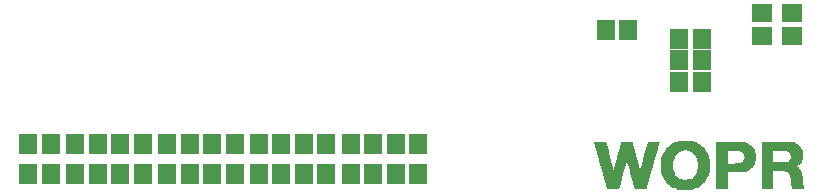
<source format=gts>
G04 DipTrace 2.3.1.0*
%INwopr.gts*%
%MOIN*%
%ADD12C,0.0014*%
%ADD69R,0.0671X0.0592*%
%ADD71R,0.0592X0.0671*%
%FSLAX44Y44*%
G04*
G70*
G90*
G75*
G01*
%LNTopMask*%
%LPD*%
D71*
X28378Y20940D3*
X29126D3*
X28378Y20252D3*
X29126D3*
X28378Y19502D3*
X29126D3*
D69*
X31128Y21065D3*
Y21813D3*
X32128Y21065D3*
Y21813D3*
D71*
X11312Y16438D3*
X12061D3*
X11312Y17438D3*
X12061D3*
X9750Y16438D3*
X10498D3*
X9750Y17438D3*
X10498D3*
X8998Y16438D3*
X8250D3*
X8998Y17438D3*
X8250D3*
X7437Y16438D3*
X6689D3*
X7437Y17438D3*
X6689D3*
X17437Y16437D3*
X18185D3*
X17437Y17438D3*
X18186D3*
X15875Y16438D3*
X16623D3*
X15875Y17438D3*
X16623D3*
X14375Y16438D3*
X15123D3*
X14375Y17438D3*
X15123D3*
X12812Y16438D3*
X13561D3*
X12812Y17438D3*
X13561D3*
X18939Y17439D3*
X19688D3*
X18939Y16439D3*
X19688D3*
X25940Y21252D3*
X26688D3*
X28365Y17546D2*
D12*
X28790D1*
X25544Y17532D2*
X25913D1*
X26452D2*
X26792D1*
X27330D2*
X27699D1*
X28280D2*
X28861D1*
X29598D2*
X30463D1*
X31129D2*
X32121D1*
X25546Y17517D2*
X25913D1*
X26450D2*
X26792D1*
X27330D2*
X27689D1*
X28280D2*
X28861D1*
X29598D2*
X30463D1*
X31129D2*
X32121D1*
X25548Y17503D2*
X25913D1*
X26448D2*
X26792D1*
X27330D2*
X27681D1*
X28209D2*
X28946D1*
X29598D2*
X30562D1*
X31129D2*
X32192D1*
X25556Y17489D2*
X25913D1*
X26440D2*
X26792D1*
X27329D2*
X27675D1*
X28209D2*
X28946D1*
X29598D2*
X30562D1*
X31129D2*
X32192D1*
X25563Y17475D2*
X25941D1*
X26433D2*
X26820D1*
X27327D2*
X27673D1*
X28152D2*
X28989D1*
X29598D2*
X30620D1*
X31129D2*
X32233D1*
X25568Y17461D2*
X25941D1*
X26428D2*
X26820D1*
X27319D2*
X27671D1*
X28136D2*
X29007D1*
X29598D2*
X30657D1*
X31129D2*
X32265D1*
X25571Y17447D2*
X25941D1*
X26425D2*
X26820D1*
X27312D2*
X27670D1*
X28116D2*
X29030D1*
X29598D2*
X30685D1*
X31129D2*
X32294D1*
X25574Y17432D2*
X25941D1*
X26424D2*
X26820D1*
X27307D2*
X27666D1*
X28096D2*
X29052D1*
X29598D2*
X30706D1*
X31129D2*
X32316D1*
X25578Y17418D2*
X25942D1*
X26422D2*
X26821D1*
X27304D2*
X27659D1*
X28079D2*
X29069D1*
X29598D2*
X30723D1*
X31129D2*
X32330D1*
X25582Y17404D2*
X25945D1*
X26419D2*
X26823D1*
X27303D2*
X27652D1*
X28065D2*
X29083D1*
X29598D2*
X30738D1*
X31129D2*
X32341D1*
X25585Y17390D2*
X25953D1*
X26412D2*
X26831D1*
X27301D2*
X27647D1*
X28058D2*
X29096D1*
X29598D2*
X30753D1*
X31129D2*
X32345D1*
X25586Y17376D2*
X25960D1*
X26404D2*
X26839D1*
X27297D2*
X27644D1*
X28025D2*
X29111D1*
X29598D2*
X30768D1*
X31129D2*
X32376D1*
X25587Y17362D2*
X25965D1*
X26399D2*
X26844D1*
X27290D2*
X27643D1*
X28011D2*
X29127D1*
X29598D2*
X30785D1*
X31129D2*
X32386D1*
X25588Y17347D2*
X25968D1*
X26397D2*
X26846D1*
X27283D2*
X27642D1*
X27994D2*
X29145D1*
X29598D2*
X30802D1*
X31129D2*
X32395D1*
X25592Y17333D2*
X25969D1*
X26396D2*
X26848D1*
X27278D2*
X27640D1*
X27978D2*
X29162D1*
X29598D2*
X30818D1*
X31129D2*
X32404D1*
X25598Y17319D2*
X25969D1*
X26395D2*
X26848D1*
X27275D2*
X27636D1*
X27963D2*
X29177D1*
X29598D2*
X30825D1*
X31129D2*
X32414D1*
X25606Y17305D2*
X25970D1*
X26395D2*
X26848D1*
X27273D2*
X27633D1*
X27950D2*
X29190D1*
X29598D2*
X30828D1*
X31129D2*
X32423D1*
X25611Y17291D2*
X25970D1*
X26395D2*
X26848D1*
X27269D2*
X27630D1*
X27940D2*
X29200D1*
X29598D2*
X30830D1*
X31129D2*
X32432D1*
X25613Y17277D2*
X25998D1*
X26367D2*
X26877D1*
X27262D2*
X27629D1*
X27932D2*
X29211D1*
X29598D2*
X30859D1*
X31129D2*
X32442D1*
X25615Y17262D2*
X25998D1*
X26367D2*
X26877D1*
X27255D2*
X27628D1*
X27924D2*
X28507D1*
X28648D2*
X29221D1*
X29598D2*
X30862D1*
X31129D2*
X32451D1*
X25616Y17248D2*
X25998D1*
X26367D2*
X26877D1*
X27250D2*
X27627D1*
X27915D2*
X28507D1*
X28648D2*
X29230D1*
X29598D2*
X30865D1*
X31129D2*
X32456D1*
X25620Y17234D2*
X25998D1*
X26366D2*
X26877D1*
X27247D2*
X27623D1*
X27907D2*
X28393D1*
X28748D2*
X29237D1*
X29598D2*
X29981D1*
X30406D2*
X30869D1*
X31129D2*
X31469D1*
X31979D2*
X32459D1*
X25627Y17220D2*
X25998D1*
X26365D2*
X26877D1*
X27246D2*
X27616D1*
X27901D2*
X28393D1*
X28748D2*
X29242D1*
X29598D2*
X29981D1*
X30406D2*
X30871D1*
X31129D2*
X31469D1*
X31979D2*
X32460D1*
X25634Y17206D2*
X25999D1*
X26363D2*
X26879D1*
X27244D2*
X27609D1*
X27895D2*
X28351D1*
X28804D2*
X29247D1*
X29598D2*
X29981D1*
X30448D2*
X30874D1*
X31129D2*
X31469D1*
X32036D2*
X32462D1*
X25639Y17191D2*
X26000D1*
X26355D2*
X26883D1*
X27241D2*
X27604D1*
X27886D2*
X28337D1*
X28814D2*
X29255D1*
X29598D2*
X29981D1*
X30463D2*
X30878D1*
X31129D2*
X31469D1*
X32045D2*
X32466D1*
X25642Y17177D2*
X26004D1*
X26348D2*
X26886D1*
X27234D2*
X27600D1*
X27878D2*
X28320D1*
X28826D2*
X29263D1*
X29598D2*
X29981D1*
X30479D2*
X30885D1*
X31129D2*
X31469D1*
X32056D2*
X32472D1*
X25643Y17163D2*
X26007D1*
X26343D2*
X26889D1*
X27226D2*
X27596D1*
X27869D2*
X28304D1*
X28840D2*
X29272D1*
X29598D2*
X29981D1*
X30495D2*
X30892D1*
X31129D2*
X31469D1*
X32066D2*
X32480D1*
X25644Y17149D2*
X26010D1*
X26340D2*
X26890D1*
X27222D2*
X27588D1*
X27859D2*
X28288D1*
X28854D2*
X29282D1*
X29598D2*
X29981D1*
X30510D2*
X30897D1*
X31129D2*
X31469D1*
X32074D2*
X32485D1*
X25648Y17135D2*
X26011D1*
X26339D2*
X26891D1*
X27219D2*
X27581D1*
X27851D2*
X28273D1*
X28868D2*
X29290D1*
X29598D2*
X29981D1*
X30521D2*
X30900D1*
X31129D2*
X31469D1*
X32081D2*
X32487D1*
X25655Y17121D2*
X26012D1*
X26338D2*
X26891D1*
X27218D2*
X27576D1*
X27844D2*
X28259D1*
X28881D2*
X29295D1*
X29598D2*
X29981D1*
X30528D2*
X30901D1*
X31129D2*
X31469D1*
X32089D2*
X32489D1*
X25662Y17106D2*
X26013D1*
X26338D2*
X26891D1*
X27216D2*
X27573D1*
X27838D2*
X28245D1*
X28892D2*
X29298D1*
X29598D2*
X29981D1*
X30532D2*
X30902D1*
X31129D2*
X31469D1*
X32097D2*
X32489D1*
X25667Y17092D2*
X26017D1*
X26338D2*
X26891D1*
X27212D2*
X27572D1*
X27830D2*
X28231D1*
X28899D2*
X29300D1*
X29598D2*
X29981D1*
X30537D2*
X30902D1*
X31129D2*
X31469D1*
X32102D2*
X32489D1*
X25670Y17078D2*
X26024D1*
X26310D2*
X26919D1*
X27205D2*
X27570D1*
X27822D2*
X28220D1*
X28932D2*
X29329D1*
X29598D2*
X29981D1*
X30545D2*
X30902D1*
X31129D2*
X31469D1*
X32105D2*
X32489D1*
X25671Y17064D2*
X26031D1*
X26310D2*
X26919D1*
X27198D2*
X27567D1*
X27817D2*
X28212D1*
X28936D2*
X29329D1*
X29598D2*
X29981D1*
X30552D2*
X30902D1*
X31129D2*
X31469D1*
X32106D2*
X32489D1*
X25672Y17050D2*
X26036D1*
X26310D2*
X26919D1*
X27193D2*
X27560D1*
X27814D2*
X28206D1*
X28943D2*
X29329D1*
X29598D2*
X29981D1*
X30557D2*
X30902D1*
X31129D2*
X31469D1*
X32106D2*
X32489D1*
X25672Y17036D2*
X26039D1*
X26309D2*
X26920D1*
X27191D2*
X27552D1*
X27813D2*
X28201D1*
X28951D2*
X29330D1*
X29598D2*
X29981D1*
X30560D2*
X30902D1*
X31129D2*
X31469D1*
X32107D2*
X32489D1*
X25672Y17021D2*
X26040D1*
X26307D2*
X26923D1*
X27189D2*
X27548D1*
X27812D2*
X28197D1*
X28956D2*
X29332D1*
X29598D2*
X29981D1*
X30561D2*
X30902D1*
X31129D2*
X31469D1*
X32107D2*
X32489D1*
X25700Y17007D2*
X26041D1*
X26304D2*
X26930D1*
X27189D2*
X27545D1*
X27784D2*
X28195D1*
X28959D2*
X29340D1*
X29598D2*
X29981D1*
X30560D2*
X30902D1*
X31129D2*
X31469D1*
X32106D2*
X32461D1*
X25700Y16993D2*
X26045D1*
X26300D2*
X26938D1*
X27189D2*
X27544D1*
X27784D2*
X28191D1*
X28962D2*
X29347D1*
X29598D2*
X29981D1*
X30558D2*
X30902D1*
X31129D2*
X31469D1*
X32103D2*
X32461D1*
X25701Y16979D2*
X26052D1*
X26298D2*
X26943D1*
X27188D2*
X27542D1*
X27784D2*
X28184D1*
X28966D2*
X29352D1*
X29598D2*
X29981D1*
X30551D2*
X30902D1*
X31129D2*
X31469D1*
X32095D2*
X32461D1*
X25703Y16965D2*
X26059D1*
X26297D2*
X26946D1*
X27186D2*
X27538D1*
X27784D2*
X28176D1*
X28970D2*
X29355D1*
X29598D2*
X29981D1*
X30543D2*
X30902D1*
X31129D2*
X31469D1*
X32088D2*
X32461D1*
X25706Y16951D2*
X26064D1*
X26296D2*
X26947D1*
X27183D2*
X27531D1*
X27784D2*
X28171D1*
X28972D2*
X29356D1*
X29598D2*
X29981D1*
X30537D2*
X30902D1*
X31129D2*
X31469D1*
X32082D2*
X32460D1*
X25710Y16936D2*
X26067D1*
X26295D2*
X26593D1*
X26626D2*
X26948D1*
X27179D2*
X27524D1*
X27783D2*
X28167D1*
X28973D2*
X29357D1*
X29598D2*
X29981D1*
X30531D2*
X30901D1*
X31129D2*
X31469D1*
X32075D2*
X32458D1*
X25712Y16922D2*
X26068D1*
X26291D2*
X26593D1*
X26633D2*
X26952D1*
X27177D2*
X27519D1*
X27781D2*
X28163D1*
X28974D2*
X29357D1*
X29598D2*
X29981D1*
X30523D2*
X30899D1*
X31129D2*
X31469D1*
X32065D2*
X32450D1*
X25714Y16908D2*
X26069D1*
X26284D2*
X26593D1*
X26640D2*
X26959D1*
X27175D2*
X27517D1*
X27778D2*
X28155D1*
X28975D2*
X29358D1*
X29598D2*
X29981D1*
X30514D2*
X30891D1*
X31129D2*
X31469D1*
X32053D2*
X32442D1*
X25714Y16894D2*
X26069D1*
X26277D2*
X26593D1*
X26645D2*
X26966D1*
X27175D2*
X27515D1*
X27774D2*
X28148D1*
X28979D2*
X29361D1*
X29598D2*
X29981D1*
X30505D2*
X30883D1*
X31129D2*
X31469D1*
X32041D2*
X32437D1*
X25716Y16880D2*
X26070D1*
X26272D2*
X26592D1*
X26648D2*
X26971D1*
X27173D2*
X27514D1*
X27772D2*
X28143D1*
X28986D2*
X29368D1*
X29598D2*
X29981D1*
X30496D2*
X30878D1*
X31129D2*
X31469D1*
X32029D2*
X32434D1*
X25719Y16865D2*
X26072D1*
X26269D2*
X26590D1*
X26649D2*
X26974D1*
X27170D2*
X27510D1*
X27771D2*
X28140D1*
X28993D2*
X29376D1*
X29598D2*
X29981D1*
X30487D2*
X30876D1*
X31129D2*
X31469D1*
X32019D2*
X32429D1*
X25726Y16851D2*
X26080D1*
X26268D2*
X26582D1*
X26650D2*
X26975D1*
X27163D2*
X27503D1*
X27770D2*
X28139D1*
X28998D2*
X29381D1*
X29598D2*
X29981D1*
X30481D2*
X30874D1*
X31129D2*
X31469D1*
X32012D2*
X32420D1*
X25733Y16837D2*
X26088D1*
X26267D2*
X26575D1*
X26650D2*
X26976D1*
X27156D2*
X27496D1*
X27770D2*
X28138D1*
X29001D2*
X29383D1*
X29598D2*
X29981D1*
X30434D2*
X30872D1*
X31129D2*
X32408D1*
X25738Y16823D2*
X26093D1*
X26263D2*
X26570D1*
X26650D2*
X26976D1*
X27151D2*
X27491D1*
X27770D2*
X28138D1*
X29002D2*
X29385D1*
X29598D2*
X29981D1*
X30434D2*
X30868D1*
X31129D2*
X32393D1*
X25741Y16809D2*
X26095D1*
X26256D2*
X26567D1*
X26678D2*
X26977D1*
X27148D2*
X27488D1*
X27770D2*
X28138D1*
X29002D2*
X29385D1*
X29598D2*
X29981D1*
X30293D2*
X30864D1*
X31129D2*
X32375D1*
X25742Y16795D2*
X26097D1*
X26249D2*
X26566D1*
X26678D2*
X26979D1*
X27147D2*
X27485D1*
X27770D2*
X28138D1*
X29003D2*
X29385D1*
X29598D2*
X30862D1*
X31129D2*
X32360D1*
X25744Y16780D2*
X26098D1*
X26244D2*
X26565D1*
X26678D2*
X26987D1*
X27145D2*
X27481D1*
X27770D2*
X28138D1*
X29003D2*
X29385D1*
X29598D2*
X30859D1*
X31129D2*
X32347D1*
X25748Y16766D2*
X26102D1*
X26241D2*
X26564D1*
X26679D2*
X26995D1*
X27141D2*
X27477D1*
X27770D2*
X28138D1*
X29003D2*
X29385D1*
X29598D2*
X30856D1*
X31129D2*
X32334D1*
X25754Y16752D2*
X26109D1*
X26240D2*
X26560D1*
X26682D2*
X27000D1*
X27135D2*
X27474D1*
X27770D2*
X28138D1*
X29003D2*
X29385D1*
X29598D2*
X30844D1*
X31129D2*
X32316D1*
X25762Y16738D2*
X26116D1*
X26238D2*
X26553D1*
X26690D2*
X27002D1*
X27127D2*
X27473D1*
X27770D2*
X28138D1*
X29003D2*
X29385D1*
X29598D2*
X30829D1*
X31129D2*
X32293D1*
X25767Y16724D2*
X26121D1*
X26234D2*
X26546D1*
X26697D2*
X27004D1*
X27122D2*
X27472D1*
X27770D2*
X28138D1*
X29003D2*
X29385D1*
X29598D2*
X30817D1*
X31129D2*
X32273D1*
X25769Y16710D2*
X26124D1*
X26227D2*
X26541D1*
X26702D2*
X27005D1*
X27120D2*
X27471D1*
X27770D2*
X28138D1*
X29003D2*
X29385D1*
X29598D2*
X30808D1*
X31129D2*
X32259D1*
X25770Y16695D2*
X26125D1*
X26220D2*
X26539D1*
X26705D2*
X27009D1*
X27118D2*
X27467D1*
X27770D2*
X28138D1*
X29003D2*
X29385D1*
X29598D2*
X30801D1*
X31129D2*
X32305D1*
X25771Y16681D2*
X26126D1*
X26215D2*
X26537D1*
X26706D2*
X27016D1*
X27118D2*
X27461D1*
X27770D2*
X28138D1*
X29003D2*
X29385D1*
X29598D2*
X30790D1*
X31129D2*
X32315D1*
X25771Y16667D2*
X26130D1*
X26213D2*
X26536D1*
X26707D2*
X27023D1*
X27118D2*
X27453D1*
X27770D2*
X28138D1*
X29002D2*
X29384D1*
X29598D2*
X30774D1*
X31129D2*
X32327D1*
X25771Y16653D2*
X26137D1*
X26211D2*
X26532D1*
X26711D2*
X27028D1*
X27118D2*
X27448D1*
X27770D2*
X28138D1*
X28999D2*
X29382D1*
X29598D2*
X30754D1*
X31129D2*
X32339D1*
X25800Y16639D2*
X26144D1*
X26210D2*
X26525D1*
X26718D2*
X27031D1*
X27089D2*
X27446D1*
X27770D2*
X28139D1*
X28992D2*
X29374D1*
X29598D2*
X30732D1*
X31129D2*
X32352D1*
X25800Y16625D2*
X26149D1*
X26206D2*
X26518D1*
X26725D2*
X27032D1*
X27089D2*
X27444D1*
X27772D2*
X28142D1*
X28984D2*
X29367D1*
X29598D2*
X30714D1*
X31129D2*
X32363D1*
X25801Y16610D2*
X26152D1*
X26199D2*
X26513D1*
X26730D2*
X27033D1*
X27089D2*
X27443D1*
X27775D2*
X28149D1*
X28979D2*
X29362D1*
X29598D2*
X30699D1*
X31129D2*
X32371D1*
X25803Y16596D2*
X26153D1*
X26192D2*
X26510D1*
X26733D2*
X27035D1*
X27089D2*
X27439D1*
X27779D2*
X28157D1*
X28976D2*
X29359D1*
X29598D2*
X30687D1*
X31129D2*
X32378D1*
X25811Y16582D2*
X26154D1*
X26186D2*
X26509D1*
X26734D2*
X27040D1*
X27088D2*
X27432D1*
X27782D2*
X28162D1*
X28975D2*
X29358D1*
X29598D2*
X30680D1*
X31129D2*
X32387D1*
X25818Y16568D2*
X26157D1*
X26181D2*
X26507D1*
X26735D2*
X27048D1*
X27086D2*
X27425D1*
X27783D2*
X28166D1*
X28974D2*
X29357D1*
X29598D2*
X30590D1*
X31129D2*
X31469D1*
X31908D2*
X32395D1*
X25823Y16554D2*
X26162D1*
X26175D2*
X26504D1*
X26737D2*
X27060D1*
X27075D2*
X27420D1*
X27783D2*
X28170D1*
X28972D2*
X29357D1*
X29598D2*
X30590D1*
X31129D2*
X31469D1*
X31908D2*
X32404D1*
X25826Y16540D2*
X26497D1*
X26741D2*
X27416D1*
X27784D2*
X28178D1*
X28969D2*
X29357D1*
X29598D2*
X30519D1*
X31129D2*
X31469D1*
X31960D2*
X32414D1*
X25827Y16525D2*
X26489D1*
X26744D2*
X27411D1*
X27784D2*
X28185D1*
X28965D2*
X29357D1*
X29598D2*
X29981D1*
X31129D2*
X31469D1*
X31998D2*
X32422D1*
X25829Y16511D2*
X26485D1*
X26747D2*
X27404D1*
X27785D2*
X28190D1*
X28962D2*
X29356D1*
X29598D2*
X29981D1*
X31129D2*
X31469D1*
X32023D2*
X32428D1*
X25833Y16497D2*
X26482D1*
X26748D2*
X27397D1*
X27787D2*
X28193D1*
X28960D2*
X29354D1*
X29598D2*
X29981D1*
X31129D2*
X31469D1*
X32032D2*
X32431D1*
X25839Y16483D2*
X26481D1*
X26749D2*
X27392D1*
X27795D2*
X28196D1*
X28956D2*
X29346D1*
X29598D2*
X29981D1*
X31129D2*
X31469D1*
X32039D2*
X32432D1*
X25847Y16469D2*
X26479D1*
X26750D2*
X27389D1*
X27803D2*
X28200D1*
X28948D2*
X29338D1*
X29598D2*
X29981D1*
X31129D2*
X31469D1*
X32045D2*
X32433D1*
X25852Y16454D2*
X26475D1*
X26754D2*
X27388D1*
X27808D2*
X28204D1*
X28937D2*
X29333D1*
X29598D2*
X29981D1*
X31129D2*
X31469D1*
X32052D2*
X32437D1*
X25854Y16440D2*
X26468D1*
X26761D2*
X27386D1*
X27811D2*
X28208D1*
X28925D2*
X29330D1*
X29598D2*
X29981D1*
X31129D2*
X31469D1*
X32060D2*
X32444D1*
X25856Y16426D2*
X26461D1*
X26768D2*
X27382D1*
X27816D2*
X28213D1*
X28915D2*
X29325D1*
X29598D2*
X29981D1*
X31129D2*
X31469D1*
X32068D2*
X32451D1*
X25857Y16412D2*
X26456D1*
X26773D2*
X27376D1*
X27823D2*
X28221D1*
X28908D2*
X29317D1*
X29598D2*
X29981D1*
X31129D2*
X31469D1*
X32074D2*
X32456D1*
X25859Y16398D2*
X26454D1*
X26776D2*
X27368D1*
X27831D2*
X28233D1*
X28900D2*
X29309D1*
X29598D2*
X29981D1*
X31129D2*
X31469D1*
X32076D2*
X32459D1*
X25862Y16384D2*
X26452D1*
X26777D2*
X27363D1*
X27836D2*
X28249D1*
X28888D2*
X29300D1*
X29598D2*
X29981D1*
X31129D2*
X31469D1*
X32078D2*
X32460D1*
X25866Y16369D2*
X26451D1*
X26778D2*
X27361D1*
X27839D2*
X28267D1*
X28872D2*
X29291D1*
X29598D2*
X29981D1*
X31129D2*
X31469D1*
X32079D2*
X32461D1*
X25868Y16355D2*
X26449D1*
X26782D2*
X27359D1*
X27869D2*
X28284D1*
X28856D2*
X29282D1*
X29598D2*
X29981D1*
X31129D2*
X31469D1*
X32083D2*
X32461D1*
X25869Y16341D2*
X26446D1*
X26789D2*
X27358D1*
X27870D2*
X28300D1*
X28842D2*
X29276D1*
X29598D2*
X29981D1*
X31129D2*
X31469D1*
X32090D2*
X32461D1*
X25870Y16327D2*
X26442D1*
X26796D2*
X27354D1*
X27872D2*
X28315D1*
X28831D2*
X29269D1*
X29598D2*
X29981D1*
X31129D2*
X31469D1*
X32097D2*
X32461D1*
X25870Y16313D2*
X26440D1*
X26801D2*
X27347D1*
X27880D2*
X28331D1*
X28824D2*
X29261D1*
X29598D2*
X29981D1*
X31129D2*
X31469D1*
X32102D2*
X32461D1*
X25870Y16299D2*
X26438D1*
X26804D2*
X27340D1*
X27889D2*
X28354D1*
X28784D2*
X29253D1*
X29598D2*
X29981D1*
X31129D2*
X31469D1*
X32105D2*
X32461D1*
X25870Y16284D2*
X26438D1*
X26805D2*
X27335D1*
X27897D2*
X28391D1*
X28742D2*
X29246D1*
X29598D2*
X29981D1*
X31129D2*
X31469D1*
X32106D2*
X32461D1*
X25899Y16270D2*
X26436D1*
X26807D2*
X27332D1*
X27907D2*
X28445D1*
X28685D2*
X29239D1*
X29598D2*
X29981D1*
X31129D2*
X31469D1*
X32106D2*
X32461D1*
X25899Y16256D2*
X26433D1*
X26811D2*
X27331D1*
X27915D2*
X28507D1*
X28620D2*
X29230D1*
X29598D2*
X29981D1*
X31129D2*
X31469D1*
X32107D2*
X32461D1*
X25899Y16242D2*
X26426D1*
X26817D2*
X27330D1*
X27921D2*
X28507D1*
X28620D2*
X29221D1*
X29598D2*
X29981D1*
X31129D2*
X31469D1*
X32107D2*
X32461D1*
X25900Y16228D2*
X26419D1*
X26825D2*
X27328D1*
X27927D2*
X29211D1*
X29598D2*
X29981D1*
X31129D2*
X31469D1*
X32107D2*
X32461D1*
X25902Y16214D2*
X26414D1*
X26830D2*
X27325D1*
X27935D2*
X29201D1*
X29598D2*
X29981D1*
X31129D2*
X31469D1*
X32107D2*
X32461D1*
X25910Y16199D2*
X26411D1*
X26832D2*
X27321D1*
X27947D2*
X29191D1*
X29598D2*
X29981D1*
X31129D2*
X31469D1*
X32107D2*
X32461D1*
X25918Y16185D2*
X26410D1*
X26834D2*
X27318D1*
X27961D2*
X29178D1*
X29598D2*
X29981D1*
X31129D2*
X31469D1*
X32107D2*
X32461D1*
X25923Y16171D2*
X26408D1*
X26835D2*
X27316D1*
X27975D2*
X29165D1*
X29598D2*
X29981D1*
X31129D2*
X31469D1*
X32107D2*
X32462D1*
X25925Y16157D2*
X26404D1*
X26839D2*
X27312D1*
X27989D2*
X29151D1*
X29598D2*
X29981D1*
X31129D2*
X31469D1*
X32107D2*
X32464D1*
X25927Y16143D2*
X26398D1*
X26846D2*
X27305D1*
X28004D2*
X29137D1*
X29598D2*
X29981D1*
X31129D2*
X31469D1*
X32107D2*
X32472D1*
X25932Y16128D2*
X26390D1*
X26853D2*
X27297D1*
X28019D2*
X29122D1*
X29598D2*
X29981D1*
X31129D2*
X31469D1*
X32107D2*
X32480D1*
X25939Y16114D2*
X26385D1*
X26858D2*
X27292D1*
X28035D2*
X29103D1*
X29598D2*
X29981D1*
X31129D2*
X31469D1*
X32107D2*
X32485D1*
X25946Y16100D2*
X26383D1*
X26861D2*
X27290D1*
X28053D2*
X29081D1*
X29598D2*
X29981D1*
X31129D2*
X31469D1*
X32107D2*
X32487D1*
X25951Y16086D2*
X26381D1*
X26862D2*
X27288D1*
X28066D2*
X29060D1*
X29598D2*
X29981D1*
X31129D2*
X31469D1*
X32135D2*
X32489D1*
X25953Y16072D2*
X26380D1*
X26863D2*
X27287D1*
X28075D2*
X29043D1*
X29598D2*
X29981D1*
X31129D2*
X31469D1*
X32135D2*
X32490D1*
X25955Y16058D2*
X26376D1*
X26867D2*
X27283D1*
X28124D2*
X29028D1*
X29598D2*
X29981D1*
X31129D2*
X31469D1*
X32135D2*
X32492D1*
X25956Y16043D2*
X26369D1*
X26874D2*
X27276D1*
X28124D2*
X29022D1*
X29598D2*
X29981D1*
X31129D2*
X31469D1*
X32135D2*
X32495D1*
X25960Y16029D2*
X26362D1*
X26881D2*
X27269D1*
X28164D2*
X28977D1*
X29598D2*
X29981D1*
X31129D2*
X31469D1*
X32136D2*
X32499D1*
X25967Y16015D2*
X26357D1*
X26886D2*
X27264D1*
X28197D2*
X28944D1*
X29598D2*
X29981D1*
X31129D2*
X31469D1*
X32138D2*
X32501D1*
X25974Y16001D2*
X26354D1*
X26889D2*
X27261D1*
X28228D2*
X28913D1*
X29598D2*
X29981D1*
X31129D2*
X31469D1*
X32146D2*
X32503D1*
X25980Y15987D2*
X26353D1*
X26890D2*
X27260D1*
X28257D2*
X28884D1*
X29598D2*
X29981D1*
X31129D2*
X31469D1*
X32155D2*
X32503D1*
X25984Y15973D2*
X26352D1*
X26891D2*
X27259D1*
X28287D2*
X28854D1*
X29598D2*
X29981D1*
X31129D2*
X31469D1*
X32163D2*
X32504D1*
X28379Y15958D2*
X28762D1*
X28379Y15944D2*
X28762D1*
X28365Y17546D2*
X28280Y17532D1*
Y17517D1*
Y17503D1*
X28209D1*
Y17489D1*
Y17475D1*
X28152D1*
X28136Y17461D1*
X28116Y17447D1*
X28096Y17432D1*
X28079Y17418D1*
X28065Y17404D1*
X28058Y17390D1*
X28053Y17376D1*
X28025D1*
X28011Y17362D1*
X27994Y17347D1*
X27978Y17333D1*
X27963Y17319D1*
X27950Y17305D1*
X27940Y17291D1*
X27932Y17277D1*
X27924Y17262D1*
X27915Y17248D1*
X27907Y17234D1*
X27901Y17220D1*
X27895Y17206D1*
X27886Y17191D1*
X27878Y17177D1*
X27869Y17163D1*
X27859Y17149D1*
X27851Y17135D1*
X27844Y17121D1*
X27838Y17106D1*
X27830Y17092D1*
X27822Y17078D1*
X27817Y17064D1*
X27814Y17050D1*
X27813Y17036D1*
X27812Y17021D1*
Y17007D1*
X27784D1*
Y16993D1*
Y16979D1*
Y16965D1*
Y16951D1*
X27783Y16936D1*
X27781Y16922D1*
X27778Y16908D1*
X27774Y16894D1*
X27772Y16880D1*
X27771Y16865D1*
X27770Y16851D1*
Y16837D1*
Y16823D1*
Y16809D1*
Y16795D1*
Y16780D1*
Y16766D1*
Y16752D1*
Y16738D1*
Y16724D1*
Y16710D1*
Y16695D1*
Y16681D1*
Y16667D1*
Y16653D1*
Y16639D1*
X27772Y16625D1*
X27775Y16610D1*
X27779Y16596D1*
X27782Y16582D1*
X27783Y16568D1*
Y16554D1*
X27784Y16540D1*
Y16525D1*
X27785Y16511D1*
X27787Y16497D1*
X27795Y16483D1*
X27803Y16469D1*
X27808Y16454D1*
X27811Y16440D1*
X27816Y16426D1*
X27823Y16412D1*
X27831Y16398D1*
X27836Y16384D1*
X27839Y16369D1*
X27841Y16355D1*
X27869D1*
X27870Y16341D1*
X27872Y16327D1*
X27880Y16313D1*
X27889Y16299D1*
X27897Y16284D1*
X27907Y16270D1*
X27915Y16256D1*
X27921Y16242D1*
X27927Y16228D1*
X27935Y16214D1*
X27947Y16199D1*
X27961Y16185D1*
X27975Y16171D1*
X27989Y16157D1*
X28004Y16143D1*
X28019Y16128D1*
X28035Y16114D1*
X28053Y16100D1*
X28066Y16086D1*
X28075Y16072D1*
X28081Y16058D1*
X28124D1*
Y16043D1*
Y16029D1*
X28164D1*
X28197Y16015D1*
X28228Y16001D1*
X28257Y15987D1*
X28287Y15973D1*
X28324Y15958D1*
X28379D1*
Y15944D1*
X28790Y17546D2*
X28861Y17532D1*
Y17517D1*
Y17503D1*
X28946D1*
Y17489D1*
Y17475D1*
X28989D1*
X29007Y17461D1*
X29030Y17447D1*
X29052Y17432D1*
X29069Y17418D1*
X29083Y17404D1*
X29096Y17390D1*
X29111Y17376D1*
X29127Y17362D1*
X29145Y17347D1*
X29162Y17333D1*
X29177Y17319D1*
X29190Y17305D1*
X29200Y17291D1*
X29211Y17277D1*
X29221Y17262D1*
X29230Y17248D1*
X29237Y17234D1*
X29242Y17220D1*
X29247Y17206D1*
X29255Y17191D1*
X29263Y17177D1*
X29272Y17163D1*
X29282Y17149D1*
X29290Y17135D1*
X29295Y17121D1*
X29298Y17106D1*
X29300Y17092D1*
Y17078D1*
X29329D1*
Y17064D1*
Y17050D1*
X29330Y17036D1*
X29332Y17021D1*
X29340Y17007D1*
X29347Y16993D1*
X29352Y16979D1*
X29355Y16965D1*
X29356Y16951D1*
X29357Y16936D1*
Y16922D1*
X29358Y16908D1*
X29361Y16894D1*
X29368Y16880D1*
X29376Y16865D1*
X29381Y16851D1*
X29383Y16837D1*
X29385Y16823D1*
Y16809D1*
Y16795D1*
Y16780D1*
Y16766D1*
Y16752D1*
Y16738D1*
Y16724D1*
Y16710D1*
Y16695D1*
Y16681D1*
X29384Y16667D1*
X29382Y16653D1*
X29374Y16639D1*
X29367Y16625D1*
X29362Y16610D1*
X29359Y16596D1*
X29358Y16582D1*
X29357Y16568D1*
Y16554D1*
Y16540D1*
Y16525D1*
X29356Y16511D1*
X29354Y16497D1*
X29346Y16483D1*
X29338Y16469D1*
X29333Y16454D1*
X29330Y16440D1*
X29325Y16426D1*
X29317Y16412D1*
X29309Y16398D1*
X29300Y16384D1*
X29291Y16369D1*
X29282Y16355D1*
X29276Y16341D1*
X29269Y16327D1*
X29261Y16313D1*
X29253Y16299D1*
X29246Y16284D1*
X29239Y16270D1*
X29230Y16256D1*
X29221Y16242D1*
X29211Y16228D1*
X29201Y16214D1*
X29191Y16199D1*
X29178Y16185D1*
X29165Y16171D1*
X29151Y16157D1*
X29137Y16143D1*
X29122Y16128D1*
X29103Y16114D1*
X29081Y16100D1*
X29060Y16086D1*
X29043Y16072D1*
X29028Y16058D1*
X29022Y16043D1*
X29017Y16029D1*
X28977D1*
X28944Y16015D1*
X28913Y16001D1*
X28884Y15987D1*
X28854Y15973D1*
X28817Y15958D1*
X28762D1*
Y15944D1*
X25544Y17532D2*
X25546Y17517D1*
X25548Y17503D1*
X25556Y17489D1*
X25563Y17475D1*
X25568Y17461D1*
X25571Y17447D1*
X25574Y17432D1*
X25578Y17418D1*
X25582Y17404D1*
X25585Y17390D1*
X25586Y17376D1*
X25587Y17362D1*
X25588Y17347D1*
X25592Y17333D1*
X25598Y17319D1*
X25606Y17305D1*
X25611Y17291D1*
X25613Y17277D1*
X25615Y17262D1*
X25616Y17248D1*
X25620Y17234D1*
X25627Y17220D1*
X25634Y17206D1*
X25639Y17191D1*
X25642Y17177D1*
X25643Y17163D1*
X25644Y17149D1*
X25648Y17135D1*
X25655Y17121D1*
X25662Y17106D1*
X25667Y17092D1*
X25670Y17078D1*
X25671Y17064D1*
X25672Y17050D1*
Y17036D1*
Y17021D1*
Y17007D1*
X25700D1*
Y16993D1*
X25701Y16979D1*
X25703Y16965D1*
X25706Y16951D1*
X25710Y16936D1*
X25712Y16922D1*
X25714Y16908D1*
Y16894D1*
X25716Y16880D1*
X25719Y16865D1*
X25726Y16851D1*
X25733Y16837D1*
X25738Y16823D1*
X25741Y16809D1*
X25742Y16795D1*
X25744Y16780D1*
X25748Y16766D1*
X25754Y16752D1*
X25762Y16738D1*
X25767Y16724D1*
X25769Y16710D1*
X25770Y16695D1*
X25771Y16681D1*
Y16667D1*
Y16653D1*
Y16639D1*
X25800D1*
Y16625D1*
X25801Y16610D1*
X25803Y16596D1*
X25811Y16582D1*
X25818Y16568D1*
X25823Y16554D1*
X25826Y16540D1*
X25827Y16525D1*
X25829Y16511D1*
X25833Y16497D1*
X25839Y16483D1*
X25847Y16469D1*
X25852Y16454D1*
X25854Y16440D1*
X25856Y16426D1*
X25857Y16412D1*
X25859Y16398D1*
X25862Y16384D1*
X25866Y16369D1*
X25868Y16355D1*
X25869Y16341D1*
X25870Y16327D1*
Y16313D1*
Y16299D1*
Y16284D1*
Y16270D1*
X25899D1*
Y16256D1*
Y16242D1*
X25900Y16228D1*
X25902Y16214D1*
X25910Y16199D1*
X25918Y16185D1*
X25923Y16171D1*
X25925Y16157D1*
X25927Y16143D1*
X25932Y16128D1*
X25939Y16114D1*
X25946Y16100D1*
X25951Y16086D1*
X25953Y16072D1*
X25955Y16058D1*
X25956Y16043D1*
X25960Y16029D1*
X25967Y16015D1*
X25974Y16001D1*
X25980Y15987D1*
X25984Y15973D1*
X25913Y17532D2*
Y17517D1*
Y17503D1*
Y17489D1*
Y17475D1*
X25941D1*
Y17461D1*
Y17447D1*
Y17432D1*
X25942Y17418D1*
X25945Y17404D1*
X25953Y17390D1*
X25960Y17376D1*
X25965Y17362D1*
X25968Y17347D1*
X25969Y17333D1*
Y17319D1*
X25970Y17305D1*
Y17291D1*
Y17277D1*
X25998D1*
Y17262D1*
Y17248D1*
Y17234D1*
Y17220D1*
X25999Y17206D1*
X26000Y17191D1*
X26004Y17177D1*
X26007Y17163D1*
X26010Y17149D1*
X26011Y17135D1*
X26012Y17121D1*
X26013Y17106D1*
X26017Y17092D1*
X26024Y17078D1*
X26031Y17064D1*
X26036Y17050D1*
X26039Y17036D1*
X26040Y17021D1*
X26041Y17007D1*
X26045Y16993D1*
X26052Y16979D1*
X26059Y16965D1*
X26064Y16951D1*
X26067Y16936D1*
X26068Y16922D1*
X26069Y16908D1*
Y16894D1*
X26070Y16880D1*
X26072Y16865D1*
X26080Y16851D1*
X26088Y16837D1*
X26093Y16823D1*
X26095Y16809D1*
X26097Y16795D1*
X26098Y16780D1*
X26102Y16766D1*
X26109Y16752D1*
X26116Y16738D1*
X26121Y16724D1*
X26124Y16710D1*
X26125Y16695D1*
X26126Y16681D1*
X26130Y16667D1*
X26137Y16653D1*
X26144Y16639D1*
X26149Y16625D1*
X26152Y16610D1*
X26153Y16596D1*
X26154Y16582D1*
X26157Y16568D1*
X26162Y16554D1*
X26168Y16540D1*
X26452Y17532D2*
X26450Y17517D1*
X26448Y17503D1*
X26440Y17489D1*
X26433Y17475D1*
X26428Y17461D1*
X26425Y17447D1*
X26424Y17432D1*
X26422Y17418D1*
X26419Y17404D1*
X26412Y17390D1*
X26404Y17376D1*
X26399Y17362D1*
X26397Y17347D1*
X26396Y17333D1*
X26395Y17319D1*
Y17305D1*
Y17291D1*
Y17277D1*
X26367D1*
Y17262D1*
Y17248D1*
X26366Y17234D1*
X26365Y17220D1*
X26363Y17206D1*
X26355Y17191D1*
X26348Y17177D1*
X26343Y17163D1*
X26340Y17149D1*
X26339Y17135D1*
X26338Y17121D1*
Y17106D1*
Y17092D1*
Y17078D1*
X26310D1*
Y17064D1*
Y17050D1*
X26309Y17036D1*
X26307Y17021D1*
X26304Y17007D1*
X26300Y16993D1*
X26298Y16979D1*
X26297Y16965D1*
X26296Y16951D1*
X26295Y16936D1*
X26291Y16922D1*
X26284Y16908D1*
X26277Y16894D1*
X26272Y16880D1*
X26269Y16865D1*
X26268Y16851D1*
X26267Y16837D1*
X26263Y16823D1*
X26256Y16809D1*
X26249Y16795D1*
X26244Y16780D1*
X26241Y16766D1*
X26240Y16752D1*
X26238Y16738D1*
X26234Y16724D1*
X26227Y16710D1*
X26220Y16695D1*
X26215Y16681D1*
X26213Y16667D1*
X26211Y16653D1*
X26210Y16639D1*
X26206Y16625D1*
X26199Y16610D1*
X26192Y16596D1*
X26186Y16582D1*
X26181Y16568D1*
X26175Y16554D1*
X26168Y16540D1*
X26792Y17532D2*
Y17517D1*
Y17503D1*
Y17489D1*
Y17475D1*
X26820D1*
Y17461D1*
Y17447D1*
Y17432D1*
X26821Y17418D1*
X26823Y17404D1*
X26831Y17390D1*
X26839Y17376D1*
X26844Y17362D1*
X26846Y17347D1*
X26848Y17333D1*
Y17319D1*
Y17305D1*
Y17291D1*
Y17277D1*
X26877D1*
Y17262D1*
Y17248D1*
Y17234D1*
Y17220D1*
X26879Y17206D1*
X26883Y17191D1*
X26886Y17177D1*
X26889Y17163D1*
X26890Y17149D1*
X26891Y17135D1*
Y17121D1*
Y17106D1*
Y17092D1*
Y17078D1*
X26919D1*
Y17064D1*
Y17050D1*
X26920Y17036D1*
X26923Y17021D1*
X26930Y17007D1*
X26938Y16993D1*
X26943Y16979D1*
X26946Y16965D1*
X26947Y16951D1*
X26948Y16936D1*
X26952Y16922D1*
X26959Y16908D1*
X26966Y16894D1*
X26971Y16880D1*
X26974Y16865D1*
X26975Y16851D1*
X26976Y16837D1*
Y16823D1*
X26977Y16809D1*
X26979Y16795D1*
X26987Y16780D1*
X26995Y16766D1*
X27000Y16752D1*
X27002Y16738D1*
X27004Y16724D1*
X27005Y16710D1*
X27009Y16695D1*
X27016Y16681D1*
X27023Y16667D1*
X27028Y16653D1*
X27031Y16639D1*
X27032Y16625D1*
X27033Y16610D1*
X27035Y16596D1*
X27040Y16582D1*
X27048Y16568D1*
X27060Y16554D1*
X27075Y16540D1*
X27330Y17532D2*
Y17517D1*
Y17503D1*
X27329Y17489D1*
X27327Y17475D1*
X27319Y17461D1*
X27312Y17447D1*
X27307Y17432D1*
X27304Y17418D1*
X27303Y17404D1*
X27301Y17390D1*
X27297Y17376D1*
X27290Y17362D1*
X27283Y17347D1*
X27278Y17333D1*
X27275Y17319D1*
X27273Y17305D1*
X27269Y17291D1*
X27262Y17277D1*
X27255Y17262D1*
X27250Y17248D1*
X27247Y17234D1*
X27246Y17220D1*
X27244Y17206D1*
X27241Y17191D1*
X27234Y17177D1*
X27226Y17163D1*
X27222Y17149D1*
X27219Y17135D1*
X27218Y17121D1*
X27216Y17106D1*
X27212Y17092D1*
X27205Y17078D1*
X27198Y17064D1*
X27193Y17050D1*
X27191Y17036D1*
X27189Y17021D1*
Y17007D1*
Y16993D1*
X27188Y16979D1*
X27186Y16965D1*
X27183Y16951D1*
X27179Y16936D1*
X27177Y16922D1*
X27175Y16908D1*
Y16894D1*
X27173Y16880D1*
X27170Y16865D1*
X27163Y16851D1*
X27156Y16837D1*
X27151Y16823D1*
X27148Y16809D1*
X27147Y16795D1*
X27145Y16780D1*
X27141Y16766D1*
X27135Y16752D1*
X27127Y16738D1*
X27122Y16724D1*
X27120Y16710D1*
X27118Y16695D1*
Y16681D1*
Y16667D1*
Y16653D1*
Y16639D1*
X27089D1*
Y16625D1*
Y16610D1*
Y16596D1*
X27088Y16582D1*
X27086Y16568D1*
X27075Y16554D1*
X27061Y16540D1*
X27699Y17532D2*
X27689Y17517D1*
X27681Y17503D1*
X27675Y17489D1*
X27673Y17475D1*
X27671Y17461D1*
X27670Y17447D1*
X27666Y17432D1*
X27659Y17418D1*
X27652Y17404D1*
X27647Y17390D1*
X27644Y17376D1*
X27643Y17362D1*
X27642Y17347D1*
X27640Y17333D1*
X27636Y17319D1*
X27633Y17305D1*
X27630Y17291D1*
X27629Y17277D1*
X27628Y17262D1*
X27627Y17248D1*
X27623Y17234D1*
X27616Y17220D1*
X27609Y17206D1*
X27604Y17191D1*
X27600Y17177D1*
X27596Y17163D1*
X27588Y17149D1*
X27581Y17135D1*
X27576Y17121D1*
X27573Y17106D1*
X27572Y17092D1*
X27570Y17078D1*
X27567Y17064D1*
X27560Y17050D1*
X27552Y17036D1*
X27548Y17021D1*
X27545Y17007D1*
X27544Y16993D1*
X27542Y16979D1*
X27538Y16965D1*
X27531Y16951D1*
X27524Y16936D1*
X27519Y16922D1*
X27517Y16908D1*
X27515Y16894D1*
X27514Y16880D1*
X27510Y16865D1*
X27503Y16851D1*
X27496Y16837D1*
X27491Y16823D1*
X27488Y16809D1*
X27485Y16795D1*
X27481Y16780D1*
X27477Y16766D1*
X27474Y16752D1*
X27473Y16738D1*
X27472Y16724D1*
X27471Y16710D1*
X27467Y16695D1*
X27461Y16681D1*
X27453Y16667D1*
X27448Y16653D1*
X27446Y16639D1*
X27444Y16625D1*
X27443Y16610D1*
X27439Y16596D1*
X27432Y16582D1*
X27425Y16568D1*
X27420Y16554D1*
X27416Y16540D1*
X27411Y16525D1*
X27404Y16511D1*
X27397Y16497D1*
X27392Y16483D1*
X27389Y16469D1*
X27388Y16454D1*
X27386Y16440D1*
X27382Y16426D1*
X27376Y16412D1*
X27368Y16398D1*
X27363Y16384D1*
X27361Y16369D1*
X27359Y16355D1*
X27358Y16341D1*
X27354Y16327D1*
X27347Y16313D1*
X27340Y16299D1*
X27335Y16284D1*
X27332Y16270D1*
X27331Y16256D1*
X27330Y16242D1*
X27328Y16228D1*
X27325Y16214D1*
X27321Y16199D1*
X27318Y16185D1*
X27316Y16171D1*
X27312Y16157D1*
X27305Y16143D1*
X27297Y16128D1*
X27292Y16114D1*
X27290Y16100D1*
X27288Y16086D1*
X27287Y16072D1*
X27283Y16058D1*
X27276Y16043D1*
X27269Y16029D1*
X27264Y16015D1*
X27261Y16001D1*
X27260Y15987D1*
X27259Y15973D1*
X29598Y17532D2*
Y17517D1*
Y17503D1*
Y17489D1*
Y17475D1*
Y17461D1*
Y17447D1*
Y17432D1*
Y17418D1*
Y17404D1*
Y17390D1*
Y17376D1*
Y17362D1*
Y17347D1*
Y17333D1*
Y17319D1*
Y17305D1*
Y17291D1*
Y17277D1*
Y17262D1*
Y17248D1*
Y17234D1*
Y17220D1*
Y17206D1*
Y17191D1*
Y17177D1*
Y17163D1*
Y17149D1*
Y17135D1*
Y17121D1*
Y17106D1*
Y17092D1*
Y17078D1*
Y17064D1*
Y17050D1*
Y17036D1*
Y17021D1*
Y17007D1*
Y16993D1*
Y16979D1*
Y16965D1*
Y16951D1*
Y16936D1*
Y16922D1*
Y16908D1*
Y16894D1*
Y16880D1*
Y16865D1*
Y16851D1*
Y16837D1*
Y16823D1*
Y16809D1*
Y16795D1*
Y16780D1*
Y16766D1*
Y16752D1*
Y16738D1*
Y16724D1*
Y16710D1*
Y16695D1*
Y16681D1*
Y16667D1*
Y16653D1*
Y16639D1*
Y16625D1*
Y16610D1*
Y16596D1*
Y16582D1*
Y16568D1*
Y16554D1*
Y16540D1*
Y16525D1*
Y16511D1*
Y16497D1*
Y16483D1*
Y16469D1*
Y16454D1*
Y16440D1*
Y16426D1*
Y16412D1*
Y16398D1*
Y16384D1*
Y16369D1*
Y16355D1*
Y16341D1*
Y16327D1*
Y16313D1*
Y16299D1*
Y16284D1*
Y16270D1*
Y16256D1*
Y16242D1*
Y16228D1*
Y16214D1*
Y16199D1*
Y16185D1*
Y16171D1*
Y16157D1*
Y16143D1*
Y16128D1*
Y16114D1*
Y16100D1*
Y16086D1*
Y16072D1*
Y16058D1*
Y16043D1*
Y16029D1*
Y16015D1*
Y16001D1*
Y15987D1*
Y15973D1*
X30463Y17532D2*
Y17517D1*
Y17503D1*
X30562D1*
Y17489D1*
Y17475D1*
X30620D1*
X30657Y17461D1*
X30685Y17447D1*
X30706Y17432D1*
X30723Y17418D1*
X30738Y17404D1*
X30753Y17390D1*
X30768Y17376D1*
X30785Y17362D1*
X30802Y17347D1*
X30818Y17333D1*
X30825Y17319D1*
X30828Y17305D1*
X30830Y17291D1*
X30831Y17277D1*
X30859D1*
X30862Y17262D1*
X30865Y17248D1*
X30869Y17234D1*
X30871Y17220D1*
X30874Y17206D1*
X30878Y17191D1*
X30885Y17177D1*
X30892Y17163D1*
X30897Y17149D1*
X30900Y17135D1*
X30901Y17121D1*
X30902Y17106D1*
Y17092D1*
Y17078D1*
Y17064D1*
Y17050D1*
Y17036D1*
Y17021D1*
Y17007D1*
Y16993D1*
Y16979D1*
Y16965D1*
Y16951D1*
X30901Y16936D1*
X30899Y16922D1*
X30891Y16908D1*
X30883Y16894D1*
X30878Y16880D1*
X30876Y16865D1*
X30874Y16851D1*
X30872Y16837D1*
X30868Y16823D1*
X30864Y16809D1*
X30862Y16795D1*
X30859Y16780D1*
X30856Y16766D1*
X30844Y16752D1*
X30829Y16738D1*
X30817Y16724D1*
X30808Y16710D1*
X30801Y16695D1*
X30790Y16681D1*
X30774Y16667D1*
X30754Y16653D1*
X30732Y16639D1*
X30714Y16625D1*
X30699Y16610D1*
X30687Y16596D1*
X30680Y16582D1*
X30675Y16568D1*
X30590D1*
Y16554D1*
X30519Y16540D1*
X31129Y17532D2*
Y17517D1*
Y17503D1*
Y17489D1*
Y17475D1*
Y17461D1*
Y17447D1*
Y17432D1*
Y17418D1*
Y17404D1*
Y17390D1*
Y17376D1*
Y17362D1*
Y17347D1*
Y17333D1*
Y17319D1*
Y17305D1*
Y17291D1*
Y17277D1*
Y17262D1*
Y17248D1*
Y17234D1*
Y17220D1*
Y17206D1*
Y17191D1*
Y17177D1*
Y17163D1*
Y17149D1*
Y17135D1*
Y17121D1*
Y17106D1*
Y17092D1*
Y17078D1*
Y17064D1*
Y17050D1*
Y17036D1*
Y17021D1*
Y17007D1*
Y16993D1*
Y16979D1*
Y16965D1*
Y16951D1*
Y16936D1*
Y16922D1*
Y16908D1*
Y16894D1*
Y16880D1*
Y16865D1*
Y16851D1*
Y16837D1*
Y16823D1*
Y16809D1*
Y16795D1*
Y16780D1*
Y16766D1*
Y16752D1*
Y16738D1*
Y16724D1*
Y16710D1*
Y16695D1*
Y16681D1*
Y16667D1*
Y16653D1*
Y16639D1*
Y16625D1*
Y16610D1*
Y16596D1*
Y16582D1*
Y16568D1*
Y16554D1*
Y16540D1*
Y16525D1*
Y16511D1*
Y16497D1*
Y16483D1*
Y16469D1*
Y16454D1*
Y16440D1*
Y16426D1*
Y16412D1*
Y16398D1*
Y16384D1*
Y16369D1*
Y16355D1*
Y16341D1*
Y16327D1*
Y16313D1*
Y16299D1*
Y16284D1*
Y16270D1*
Y16256D1*
Y16242D1*
Y16228D1*
Y16214D1*
Y16199D1*
Y16185D1*
Y16171D1*
Y16157D1*
Y16143D1*
Y16128D1*
Y16114D1*
Y16100D1*
Y16086D1*
Y16072D1*
Y16058D1*
Y16043D1*
Y16029D1*
Y16015D1*
Y16001D1*
Y15987D1*
Y15973D1*
X32121Y17532D2*
Y17517D1*
Y17503D1*
X32192D1*
Y17489D1*
Y17475D1*
X32233D1*
X32265Y17461D1*
X32294Y17447D1*
X32316Y17432D1*
X32330Y17418D1*
X32341Y17404D1*
X32345Y17390D1*
X32348Y17376D1*
X32376D1*
X32386Y17362D1*
X32395Y17347D1*
X32404Y17333D1*
X32414Y17319D1*
X32423Y17305D1*
X32432Y17291D1*
X32442Y17277D1*
X32451Y17262D1*
X32456Y17248D1*
X32459Y17234D1*
X32460Y17220D1*
X32462Y17206D1*
X32466Y17191D1*
X32472Y17177D1*
X32480Y17163D1*
X32485Y17149D1*
X32487Y17135D1*
X32489Y17121D1*
Y17106D1*
Y17092D1*
Y17078D1*
Y17064D1*
Y17050D1*
Y17036D1*
Y17021D1*
Y17007D1*
X32461D1*
Y16993D1*
Y16979D1*
Y16965D1*
X32460Y16951D1*
X32458Y16936D1*
X32450Y16922D1*
X32442Y16908D1*
X32437Y16894D1*
X32434Y16880D1*
X32429Y16865D1*
X32420Y16851D1*
X32408Y16837D1*
X32393Y16823D1*
X32375Y16809D1*
X32360Y16795D1*
X32347Y16780D1*
X32334Y16766D1*
X32316Y16752D1*
X32293Y16738D1*
X32273Y16724D1*
X32259Y16710D1*
X32248Y16695D1*
X32305D1*
X32315Y16681D1*
X32327Y16667D1*
X32339Y16653D1*
X32352Y16639D1*
X32363Y16625D1*
X32371Y16610D1*
X32378Y16596D1*
X32387Y16582D1*
X32395Y16568D1*
X32404Y16554D1*
X32414Y16540D1*
X32422Y16525D1*
X32428Y16511D1*
X32431Y16497D1*
X32432Y16483D1*
X32433Y16469D1*
X32437Y16454D1*
X32444Y16440D1*
X32451Y16426D1*
X32456Y16412D1*
X32459Y16398D1*
X32460Y16384D1*
X32461Y16369D1*
Y16355D1*
Y16341D1*
Y16327D1*
Y16313D1*
Y16299D1*
Y16284D1*
Y16270D1*
Y16256D1*
Y16242D1*
Y16228D1*
Y16214D1*
Y16199D1*
Y16185D1*
X32462Y16171D1*
X32464Y16157D1*
X32472Y16143D1*
X32480Y16128D1*
X32485Y16114D1*
X32487Y16100D1*
X32489Y16086D1*
X32490Y16072D1*
X32492Y16058D1*
X32495Y16043D1*
X32499Y16029D1*
X32501Y16015D1*
X32503Y16001D1*
Y15987D1*
X32504Y15973D1*
X28507Y17277D2*
Y17262D1*
Y17248D1*
Y17234D1*
X28393D1*
Y17220D1*
Y17206D1*
X28351D1*
X28337Y17191D1*
X28320Y17177D1*
X28304Y17163D1*
X28288Y17149D1*
X28273Y17135D1*
X28259Y17121D1*
X28245Y17106D1*
X28231Y17092D1*
X28220Y17078D1*
X28212Y17064D1*
X28206Y17050D1*
X28201Y17036D1*
X28197Y17021D1*
X28195Y17007D1*
X28191Y16993D1*
X28184Y16979D1*
X28176Y16965D1*
X28171Y16951D1*
X28167Y16936D1*
X28163Y16922D1*
X28155Y16908D1*
X28148Y16894D1*
X28143Y16880D1*
X28140Y16865D1*
X28139Y16851D1*
X28138Y16837D1*
Y16823D1*
Y16809D1*
Y16795D1*
Y16780D1*
Y16766D1*
Y16752D1*
Y16738D1*
Y16724D1*
Y16710D1*
Y16695D1*
Y16681D1*
Y16667D1*
Y16653D1*
X28139Y16639D1*
X28142Y16625D1*
X28149Y16610D1*
X28157Y16596D1*
X28162Y16582D1*
X28166Y16568D1*
X28170Y16554D1*
X28178Y16540D1*
X28185Y16525D1*
X28190Y16511D1*
X28193Y16497D1*
X28196Y16483D1*
X28200Y16469D1*
X28204Y16454D1*
X28208Y16440D1*
X28213Y16426D1*
X28221Y16412D1*
X28233Y16398D1*
X28249Y16384D1*
X28267Y16369D1*
X28284Y16355D1*
X28300Y16341D1*
X28315Y16327D1*
X28331Y16313D1*
X28354Y16299D1*
X28391Y16284D1*
X28445Y16270D1*
X28507Y16256D1*
Y16242D1*
X28606Y16228D1*
X28648Y17277D2*
Y17262D1*
Y17248D1*
Y17234D1*
X28748D1*
Y17220D1*
Y17206D1*
X28804D1*
X28814Y17191D1*
X28826Y17177D1*
X28840Y17163D1*
X28854Y17149D1*
X28868Y17135D1*
X28881Y17121D1*
X28892Y17106D1*
X28899Y17092D1*
X28904Y17078D1*
X28932D1*
X28936Y17064D1*
X28943Y17050D1*
X28951Y17036D1*
X28956Y17021D1*
X28959Y17007D1*
X28962Y16993D1*
X28966Y16979D1*
X28970Y16965D1*
X28972Y16951D1*
X28973Y16936D1*
X28974Y16922D1*
X28975Y16908D1*
X28979Y16894D1*
X28986Y16880D1*
X28993Y16865D1*
X28998Y16851D1*
X29001Y16837D1*
X29002Y16823D1*
Y16809D1*
X29003Y16795D1*
Y16780D1*
Y16766D1*
Y16752D1*
Y16738D1*
Y16724D1*
Y16710D1*
Y16695D1*
Y16681D1*
X29002Y16667D1*
X28999Y16653D1*
X28992Y16639D1*
X28984Y16625D1*
X28979Y16610D1*
X28976Y16596D1*
X28975Y16582D1*
X28974Y16568D1*
X28972Y16554D1*
X28969Y16540D1*
X28965Y16525D1*
X28962Y16511D1*
X28960Y16497D1*
X28956Y16483D1*
X28948Y16469D1*
X28937Y16454D1*
X28925Y16440D1*
X28915Y16426D1*
X28908Y16412D1*
X28900Y16398D1*
X28888Y16384D1*
X28872Y16369D1*
X28856Y16355D1*
X28842Y16341D1*
X28831Y16327D1*
X28824Y16313D1*
X28818Y16299D1*
X28784D1*
X28742Y16284D1*
X28685Y16270D1*
X28620Y16256D1*
Y16242D1*
X28521Y16228D1*
X29981Y17248D2*
Y17234D1*
Y17220D1*
Y17206D1*
Y17191D1*
Y17177D1*
Y17163D1*
Y17149D1*
Y17135D1*
Y17121D1*
Y17106D1*
Y17092D1*
Y17078D1*
Y17064D1*
Y17050D1*
Y17036D1*
Y17021D1*
Y17007D1*
Y16993D1*
Y16979D1*
Y16965D1*
Y16951D1*
Y16936D1*
Y16922D1*
Y16908D1*
Y16894D1*
Y16880D1*
Y16865D1*
Y16851D1*
Y16837D1*
Y16823D1*
Y16809D1*
Y16795D1*
X30406Y17248D2*
Y17234D1*
Y17220D1*
Y17206D1*
X30448D1*
X30463Y17191D1*
X30479Y17177D1*
X30495Y17163D1*
X30510Y17149D1*
X30521Y17135D1*
X30528Y17121D1*
X30532Y17106D1*
X30537Y17092D1*
X30545Y17078D1*
X30552Y17064D1*
X30557Y17050D1*
X30560Y17036D1*
X30561Y17021D1*
X30560Y17007D1*
X30558Y16993D1*
X30551Y16979D1*
X30543Y16965D1*
X30537Y16951D1*
X30531Y16936D1*
X30523Y16922D1*
X30514Y16908D1*
X30505Y16894D1*
X30496Y16880D1*
X30487Y16865D1*
X30481Y16851D1*
X30477Y16837D1*
X30434D1*
Y16823D1*
X30293Y16809D1*
X30151Y16795D1*
X31469Y17248D2*
Y17234D1*
Y17220D1*
Y17206D1*
Y17191D1*
Y17177D1*
Y17163D1*
Y17149D1*
Y17135D1*
Y17121D1*
Y17106D1*
Y17092D1*
Y17078D1*
Y17064D1*
Y17050D1*
Y17036D1*
Y17021D1*
Y17007D1*
Y16993D1*
Y16979D1*
Y16965D1*
Y16951D1*
Y16936D1*
Y16922D1*
Y16908D1*
Y16894D1*
Y16880D1*
Y16865D1*
Y16851D1*
Y16837D1*
X31979Y17248D2*
Y17234D1*
Y17220D1*
Y17206D1*
X32036D1*
X32045Y17191D1*
X32056Y17177D1*
X32066Y17163D1*
X32074Y17149D1*
X32081Y17135D1*
X32089Y17121D1*
X32097Y17106D1*
X32102Y17092D1*
X32105Y17078D1*
X32106Y17064D1*
Y17050D1*
X32107Y17036D1*
Y17021D1*
X32106Y17007D1*
X32103Y16993D1*
X32095Y16979D1*
X32088Y16965D1*
X32082Y16951D1*
X32075Y16936D1*
X32065Y16922D1*
X32053Y16908D1*
X32041Y16894D1*
X32029Y16880D1*
X32019Y16865D1*
X32012Y16851D1*
X32007Y16837D1*
X26593Y16951D2*
Y16936D1*
Y16922D1*
Y16908D1*
Y16894D1*
X26592Y16880D1*
X26590Y16865D1*
X26582Y16851D1*
X26575Y16837D1*
X26570Y16823D1*
X26567Y16809D1*
X26566Y16795D1*
X26565Y16780D1*
X26564Y16766D1*
X26560Y16752D1*
X26553Y16738D1*
X26546Y16724D1*
X26541Y16710D1*
X26539Y16695D1*
X26537Y16681D1*
X26536Y16667D1*
X26532Y16653D1*
X26525Y16639D1*
X26518Y16625D1*
X26513Y16610D1*
X26510Y16596D1*
X26509Y16582D1*
X26507Y16568D1*
X26504Y16554D1*
X26497Y16540D1*
X26489Y16525D1*
X26485Y16511D1*
X26482Y16497D1*
X26481Y16483D1*
X26479Y16469D1*
X26475Y16454D1*
X26468Y16440D1*
X26461Y16426D1*
X26456Y16412D1*
X26454Y16398D1*
X26452Y16384D1*
X26451Y16369D1*
X26449Y16355D1*
X26446Y16341D1*
X26442Y16327D1*
X26440Y16313D1*
X26438Y16299D1*
Y16284D1*
X26436Y16270D1*
X26433Y16256D1*
X26426Y16242D1*
X26419Y16228D1*
X26414Y16214D1*
X26411Y16199D1*
X26410Y16185D1*
X26408Y16171D1*
X26404Y16157D1*
X26398Y16143D1*
X26390Y16128D1*
X26385Y16114D1*
X26383Y16100D1*
X26381Y16086D1*
X26380Y16072D1*
X26376Y16058D1*
X26369Y16043D1*
X26362Y16029D1*
X26357Y16015D1*
X26354Y16001D1*
X26353Y15987D1*
X26352Y15973D1*
X26622Y16951D2*
X26626Y16936D1*
X26633Y16922D1*
X26640Y16908D1*
X26645Y16894D1*
X26648Y16880D1*
X26649Y16865D1*
X26650Y16851D1*
Y16837D1*
Y16823D1*
Y16809D1*
X26678D1*
Y16795D1*
Y16780D1*
X26679Y16766D1*
X26682Y16752D1*
X26690Y16738D1*
X26697Y16724D1*
X26702Y16710D1*
X26705Y16695D1*
X26706Y16681D1*
X26707Y16667D1*
X26711Y16653D1*
X26718Y16639D1*
X26725Y16625D1*
X26730Y16610D1*
X26733Y16596D1*
X26734Y16582D1*
X26735Y16568D1*
X26737Y16554D1*
X26741Y16540D1*
X26744Y16525D1*
X26747Y16511D1*
X26748Y16497D1*
X26749Y16483D1*
X26750Y16469D1*
X26754Y16454D1*
X26761Y16440D1*
X26768Y16426D1*
X26773Y16412D1*
X26776Y16398D1*
X26777Y16384D1*
X26778Y16369D1*
X26782Y16355D1*
X26789Y16341D1*
X26796Y16327D1*
X26801Y16313D1*
X26804Y16299D1*
X26805Y16284D1*
X26807Y16270D1*
X26811Y16256D1*
X26817Y16242D1*
X26825Y16228D1*
X26830Y16214D1*
X26832Y16199D1*
X26834Y16185D1*
X26835Y16171D1*
X26839Y16157D1*
X26846Y16143D1*
X26853Y16128D1*
X26858Y16114D1*
X26861Y16100D1*
X26862Y16086D1*
X26863Y16072D1*
X26867Y16058D1*
X26874Y16043D1*
X26881Y16029D1*
X26886Y16015D1*
X26889Y16001D1*
X26890Y15987D1*
X26891Y15973D1*
X31469Y16582D2*
Y16568D1*
Y16554D1*
Y16540D1*
Y16525D1*
Y16511D1*
Y16497D1*
Y16483D1*
Y16469D1*
Y16454D1*
Y16440D1*
Y16426D1*
Y16412D1*
Y16398D1*
Y16384D1*
Y16369D1*
Y16355D1*
Y16341D1*
Y16327D1*
Y16313D1*
Y16299D1*
Y16284D1*
Y16270D1*
Y16256D1*
Y16242D1*
Y16228D1*
Y16214D1*
Y16199D1*
Y16185D1*
Y16171D1*
Y16157D1*
Y16143D1*
Y16128D1*
Y16114D1*
Y16100D1*
Y16086D1*
Y16072D1*
Y16058D1*
Y16043D1*
Y16029D1*
Y16015D1*
Y16001D1*
Y15987D1*
Y15973D1*
X31908Y16582D2*
Y16568D1*
Y16554D1*
X31960Y16540D1*
X31998Y16525D1*
X32023Y16511D1*
X32032Y16497D1*
X32039Y16483D1*
X32045Y16469D1*
X32052Y16454D1*
X32060Y16440D1*
X32068Y16426D1*
X32074Y16412D1*
X32076Y16398D1*
X32078Y16384D1*
X32079Y16369D1*
X32083Y16355D1*
X32090Y16341D1*
X32097Y16327D1*
X32102Y16313D1*
X32105Y16299D1*
X32106Y16284D1*
Y16270D1*
X32107Y16256D1*
Y16242D1*
Y16228D1*
Y16214D1*
Y16199D1*
Y16185D1*
Y16171D1*
Y16157D1*
Y16143D1*
Y16128D1*
Y16114D1*
Y16100D1*
Y16086D1*
X32135D1*
Y16072D1*
Y16058D1*
Y16043D1*
X32136Y16029D1*
X32138Y16015D1*
X32146Y16001D1*
X32155Y15987D1*
X32163Y15973D1*
X29981Y16540D2*
Y16525D1*
Y16511D1*
Y16497D1*
Y16483D1*
Y16469D1*
Y16454D1*
Y16440D1*
Y16426D1*
Y16412D1*
Y16398D1*
Y16384D1*
Y16369D1*
Y16355D1*
Y16341D1*
Y16327D1*
Y16313D1*
Y16299D1*
Y16284D1*
Y16270D1*
Y16256D1*
Y16242D1*
Y16228D1*
Y16214D1*
Y16199D1*
Y16185D1*
Y16171D1*
Y16157D1*
Y16143D1*
Y16128D1*
Y16114D1*
Y16100D1*
Y16086D1*
Y16072D1*
Y16058D1*
Y16043D1*
Y16029D1*
Y16015D1*
Y16001D1*
Y15987D1*
Y15973D1*
M02*

</source>
